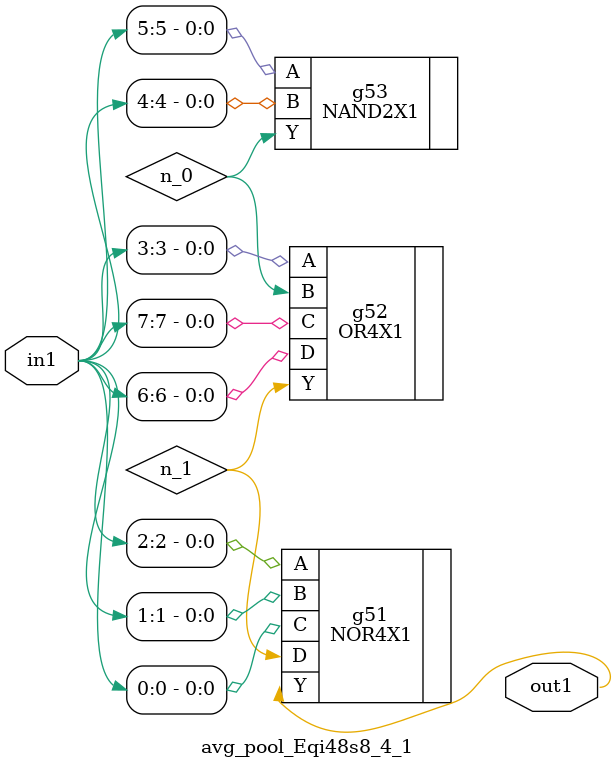
<source format=v>
`timescale 1ps / 1ps


module avg_pool_Eqi48s8_4_1(in1, out1);
  input [7:0] in1;
  output out1;
  wire [7:0] in1;
  wire out1;
  wire n_0, n_1;
  NOR4X1 g51(.A (in1[2]), .B (in1[1]), .C (in1[0]), .D (n_1), .Y
       (out1));
  OR4X1 g52(.A (in1[3]), .B (n_0), .C (in1[7]), .D (in1[6]), .Y (n_1));
  NAND2X1 g53(.A (in1[5]), .B (in1[4]), .Y (n_0));
endmodule



</source>
